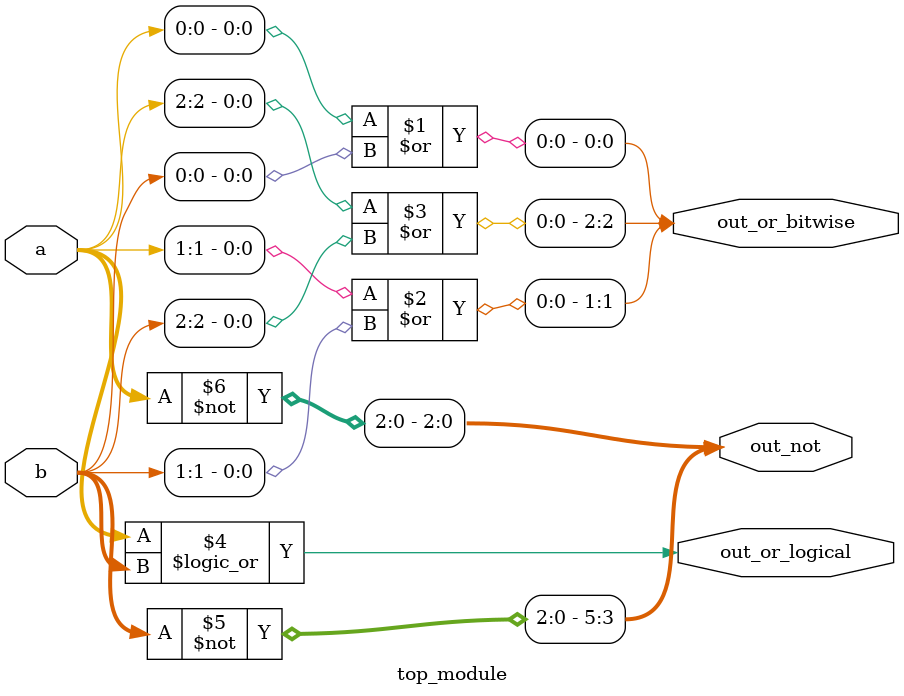
<source format=v>
/* Build a circuit that has two 3-bit inputs that computes the bitwise-OR of the two vectors, the logical-OR of the two vectors, and the inverse (NOT) of both vectors. Place the inverse of b in the upper half of out_not (i.e., bits [5:3]), and the inverse of a in the lower half.*/

module top_module( 
    input [2:0] a,
    input [2:0] b,
    output [2:0] out_or_bitwise,
    output out_or_logical,
    output [5:0] out_not
);
    assign out_or_bitwise[0] = a[0] | b[0];
    assign out_or_bitwise[1] = a[1] | b[1];
    assign out_or_bitwise[2] = a[2] | b[2];
    assign out_or_logical = a || b;
    assign out_not[5:3] = ~b;
    assign out_not[2:0] = ~a;
endmodule

</source>
